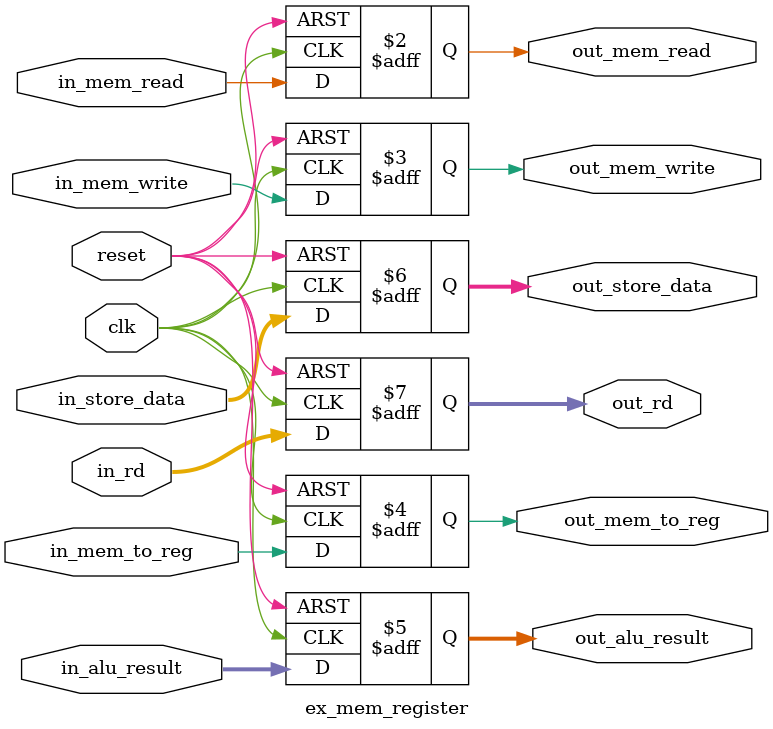
<source format=v>
`timescale 1ns / 1ps


module ex_mem_register(
    input clk,
    input reset,

    // --- Inputs from Execute Stage ---
    // Control Signals
    input in_mem_read,
    input in_mem_write,
    input in_mem_to_reg,

    // Data
    input [31:0] in_alu_result,
    input [31:0] in_store_data, // Data from rs2, for store instructions
    input [4:0]  in_rd,

    // --- Outputs to Memory Stage ---
    // Control Signals
    output reg out_mem_read,
    output reg out_mem_write,
    output reg out_mem_to_reg,

    // Data
    output reg [31:0] out_alu_result,
    output reg [31:0] out_store_data,
    output reg [4:0]  out_rd
);

    always @(posedge clk or posedge reset)
    begin
        if (reset) begin
            // On reset, clear control signals to prevent memory operations
            out_mem_read    <= 1'b0;
            out_mem_write   <= 1'b0;
            out_mem_to_reg  <= 1'b0;
            
            out_alu_result  <= 32'b0;
            out_store_data  <= 32'b0;
            out_rd          <= 5'b0;
            
        end
        else begin
            // On a clock edge, capture all the inputs from the Execute stage
            out_mem_read    <= in_mem_read;
            out_mem_write   <= in_mem_write;
            out_mem_to_reg  <= in_mem_to_reg;
            
            out_alu_result  <= in_alu_result;
            out_store_data  <= in_store_data;
            out_rd          <= in_rd;
            
        end
    end
endmodule

</source>
